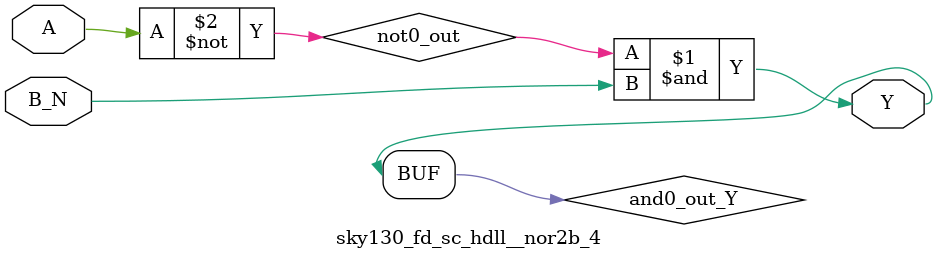
<source format=v>
/*
 * Copyright 2020 The SkyWater PDK Authors
 *
 * Licensed under the Apache License, Version 2.0 (the "License");
 * you may not use this file except in compliance with the License.
 * You may obtain a copy of the License at
 *
 *     https://www.apache.org/licenses/LICENSE-2.0
 *
 * Unless required by applicable law or agreed to in writing, software
 * distributed under the License is distributed on an "AS IS" BASIS,
 * WITHOUT WARRANTIES OR CONDITIONS OF ANY KIND, either express or implied.
 * See the License for the specific language governing permissions and
 * limitations under the License.
 *
 * SPDX-License-Identifier: Apache-2.0
*/


`ifndef SKY130_FD_SC_HDLL__NOR2B_4_FUNCTIONAL_V
`define SKY130_FD_SC_HDLL__NOR2B_4_FUNCTIONAL_V

/**
 * nor2b: 2-input NOR, first input inverted.
 *
 *        Y = !(A | B | C | !D)
 *
 * Verilog simulation functional model.
 */

`timescale 1ns / 1ps
`default_nettype none

`celldefine
module sky130_fd_sc_hdll__nor2b_4 (
    Y  ,
    A  ,
    B_N
);

    // Module ports
    output Y  ;
    input  A  ;
    input  B_N;

    // Local signals
    wire not0_out  ;
    wire and0_out_Y;

    //  Name  Output      Other arguments
    not not0 (not0_out  , A              );
    and and0 (and0_out_Y, not0_out, B_N  );
    buf buf0 (Y         , and0_out_Y     );

endmodule
`endcelldefine

`default_nettype wire
`endif  // SKY130_FD_SC_HDLL__NOR2B_4_FUNCTIONAL_V

</source>
